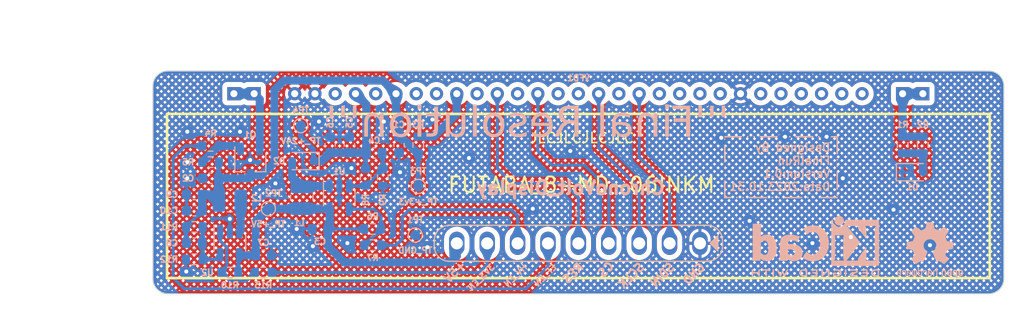
<source format=kicad_pcb>
(kicad_pcb (version 20221018) (generator pcbnew)
  (layers (0 "F.Cu" signal) (31 "B.Cu" signal) (34 "B.Paste" user) (35 "F.Paste" user) (36 "B.SilkS" user "B.Silkscreen") (37 "F.SilkS" user "F.Silkscreen") (38 "B.Mask" user) (39 "F.Mask" user) (44 "Edge.Cuts" user))
  (net 0 "")
  (net 1 "+3V3")
  (net 2 "GND")
  (net 3 "+5V")
  (net 4 "+24V")
  (net 5 "Net-(U1-FB)")
  (net 6 "Net-(D1-A)")
  (net 7 "Net-(D2-A)")
  (net 8 "HV_EN")
  (net 9 "EF_EN")
  (net 10 "VFD_RES")
  (net 11 "VFD_CS")
  (net 12 "VFD_SCLK")
  (net 13 "VFD_SDIN")
  (net 14 "Net-(Q1-G)")
  (net 15 "/VFD_8-MD-06INKM/F+")
  (net 16 "/VFD_8-MD-06INKM/F-")
  (net 17 "Net-(VFD1-OSC)")
  (net 18 "Net-(U1-EN)")
  (net 38 "Net-(U2-FB)")
  (net 39 "Net-(U2-LX)")
  (net 40 "Net-(U2-EN)")
  (net 41 "3V3_EN")
  (footprint "ChronoVolt_Lib:Con_Pin_1x09_3mm" (layer "F.Cu") (at 152 94.0975 180)
    (fp_text reference "J1" (at 0 8.07 unlocked) (layer "B.SilkS") (effects (font (size 0.6 0.6) (thickness 0.1)) (justify mirror)))
    (fp_text value "Conn_01x09_Pin")
    (pad "1" thru_hole oval locked (at -12 5.08 270) (size 2.3 1.524) (drill 1.2) (layers "*.Cu" "*.Mask") (net 2 "GND"))
    (pad "2" thru_hole oval locked (at -9 5.08 270) (size 2.3 1.524) (drill 1.2) (layers "*.Cu" "*.Mask") (net 13 "VFD_SDIN"))
    (pad "3" thru_hole oval locked (at -6 5.08 270) (size 2.3 1.524) (drill 1.2) (layers "*.Cu" "*.Mask") (net 12 "VFD_SCLK"))
    (pad "4" thru_hole oval locked (at -3 5.08 270) (size 2.3 1.524) (drill 1.2) (layers "*.Cu" "*.Mask") (net 11 "VFD_CS"))
    (pad "5" thru_hole oval locked (at 0 5.08 270) (size 2.3 1.524) (drill 1.2) (layers "*.Cu" "*.Mask") (net 10 "VFD_RES"))
    (pad "6" thru_hole oval locked (at 3 5.08 270) (size 2.3 1.524) (drill 1.2) (layers "*.Cu" "*.Mask") (net 9 "EF_EN"))
    (pad "7" thru_hole oval locked (at 6 5.08 270) (size 2.3 1.524) (drill 1.2) (layers "*.Cu" "*.Mask") (net 8 "HV_EN"))
    (pad "8" thru_hole oval locked (at 9 5.08 270) (size 2.3 1.524) (drill 1.2) (layers "*.Cu" "*.Mask") (net 41 "3V3_EN"))
    (pad "9" thru_hole oval locked (at 12 5.08 270) (size 2.3 1.524) (drill 1.2) (layers "*.Cu" "*.Mask") (net 3 "+5V"))
  )
  (footprint "ChronoVolt_Lib:FUTABA_8-MD-06INKM" (layer "F.Cu") (at 152 74.2495)
    (fp_text reference "VFD1" (at 1.2 -1.5495) (layer "B.SilkS") (effects (font (size 0.6 0.6)) (justify left mirror)))
    (fp_text value "Futaba_8-MD-06INKM")
    (fp_text user "FUTABA_8-MD-06INKM" (at -13 9) (layer "F.SilkS") (effects (font (size 1.524 1.524) (thickness 0.203)) (justify left)))
    (pad "1" thru_hole rect locked (at 34 0) (size 1.31 1.31) (drill 0.7) (layers "*.Cu" "*.Mask") (net 16 "/VFD_8-MD-06INKM/F-"))
    (pad "2" thru_hole rect locked (at 32 0) (size 1.31 1.31) (drill 0.7) (layers "*.Cu" "*.Mask") (net 16 "/VFD_8-MD-06INKM/F-"))
    (pad "4" thru_hole circle locked (at 28 0) (size 1.31 1.31) (drill 0.7) (layers "*.Cu" "*.Mask"))
    (pad "5" thru_hole circle locked (at 26 0) (size 1.31 1.31) (drill 0.7) (layers "*.Cu" "*.Mask"))
    (pad "6" thru_hole circle locked (at 24 0) (size 1.31 1.31) (drill 0.7) (layers "*.Cu" "*.Mask"))
    (pad "7" thru_hole circle locked (at 22 0) (size 1.31 1.31) (drill 0.7) (layers "*.Cu" "*.Mask"))
    (pad "8" thru_hole circle locked (at 20 0) (size 1.31 1.31) (drill 0.7) (layers "*.Cu" "*.Mask"))
    (pad "9" thru_hole circle locked (at 18 0) (size 1.31 1.31) (drill 0.7) (layers "*.Cu" "*.Mask"))
    (pad "10" thru_hole circle locked (at 16 0) (size 1.31 1.31) (drill 0.7) (layers "*.Cu" "*.Mask") (net 2 "GND"))
    (pad "11" thru_hole circle locked (at 14 0) (size 1.31 1.31) (drill 0.7) (layers "*.Cu" "*.Mask"))
    (pad "12" thru_hole circle locked (at 12 0) (size 1.31 1.31) (drill 0.7) (layers "*.Cu" "*.Mask"))
    (pad "13" thru_hole circle locked (at 10 0) (size 1.31 1.31) (drill 0.7) (layers "*.Cu" "*.Mask"))
    (pad "14" thru_hole circle locked (at 8 0) (size 1.31 1.31) (drill 0.7) (layers "*.Cu" "*.Mask"))
    (pad "15" thru_hole circle locked (at 6 0) (size 1.31 1.31) (drill 0.7) (layers "*.Cu" "*.Mask") (net 13 "VFD_SDIN"))
    (pad "16" thru_hole circle locked (at 4 0) (size 1.31 1.31) (drill 0.7) (layers "*.Cu" "*.Mask"))
    (pad "17" thru_hole circle locked (at 2 0) (size 1.31 1.31) (drill 0.7) (layers "*.Cu" "*.Mask") (net 12 "VFD_SCLK"))
    (pad "18" thru_hole circle locked (at 0 0) (size 1.31 1.31) (drill 0.7) (layers "*.Cu" "*.Mask"))
    (pad "19" thru_hole circle locked (at -2 0) (size 1.31 1.31) (drill 0.7) (layers "*.Cu" "*.Mask"))
    (pad "20" thru_hole circle locked (at -4 0) (size 1.31 1.31) (drill 0.7) (layers "*.Cu" "*.Mask") (net 11 "VFD_CS"))
    (pad "21" thru_hole circle locked (at -6 0) (size 1.31 1.31) (drill 0.7) (layers "*.Cu" "*.Mask"))
    (pad "22" thru_hole circle locked (at -8 0) (size 1.31 1.31) (drill 0.7) (layers "*.Cu" "*.Mask") (net 10 "VFD_RES"))
    (pad "23" thru_hole circle locked (at -10 0) (size 1.31 1.31) (drill 0.7) (layers "*.Cu" "*.Mask"))
    (pad "24" thru_hole circle locked (at -12 0) (size 1.31 1.31) (drill 0.7) (layers "*.Cu" "*.Mask") (net 17 "Net-(VFD1-OSC)"))
    (pad "25" thru_hole circle locked (at -14 0) (size 1.31 1.31) (drill 0.7) (layers "*.Cu" "*.Mask"))
    (pad "26" thru_hole circle locked (at -16 0) (size 1.31 1.31) (drill 0.7) (layers "*.Cu" "*.Mask"))
    (pad "27" thru_hole circle locked (at -18 0) (size 1.31 1.31) (drill 0.7) (layers "*.Cu" "*.Mask") (net 1 "+3V3"))
    (pad "28" thru_hole circle locked (at -20 0) (size 1.31 1.31) (drill 0.7) (layers "*.Cu" "*.Mask"))
    (pad "29" thru_hole circle locked (at -22 0) (size 1.31 1.31) (drill 0.7) (layers "*.Cu" "*.Mask") (net 4 "+24V"))
    (pad "30" thru_hole circle locked (at -24 0) (size 1.31 1.31) (drill 0.7) (layers "*.Cu" "*.Mask"))
    (pad "31" thru_hole circle locked (at -26 0) (size 1.31 1.31) (drill 0.7) (layers "*.Cu" "*.Mask") (net 2 "GND"))
    (pad "32" thru_hole circle locked (at -28 0) (size 1.31 1.31) (drill 0.7) (layers "*.Cu" "*.Mask") (net 2 "GND"))
    (pad "34" thru_hole rect locked (at -32 0) (size 1.31 1.31) (drill 0.7) (layers "*.Cu" "*.Mask") (net 15 "/VFD_8-MD-06INKM/F+"))
    (pad "35" thru_hole rect locked (at -34 0) (size 1.31 1.31) (drill 0.7) (layers "*.Cu" "*.Mask") (net 15 "/VFD_8-MD-06INKM/F+"))
  )
  (footprint "Symbol:OSHW-Logo2_7.3x6mm_SilkScreen" (layer "B.Cu") (at 186.7 89.7 180)
    (fp_text reference "REF**" hide)
    (fp_text value "OSHW-Logo2_7.3x6mm_SilkScreen" hide)
  )
  (footprint "Resistor_SMD:R_0603_1608Metric" (layer "B.Cu") (at 115.7 81 180)
    (fp_text reference "R5" (at 2.218215 0) (layer "B.SilkS") (effects (font (size 0.6 0.6)) (justify mirror)))
    (fp_text value "10K")
    (pad "1" smd roundrect (at -0.825 0 180) (size 0.8 0.95) (layers "B.Cu" "B.Paste" "B.Mask") (net 1 "+3V3"))
    (pad "2" smd roundrect (at 0.825 0 180) (size 0.8 0.95) (layers "B.Cu" "B.Paste" "B.Mask") (net 14 "Net-(Q1-G)"))
  )
  (footprint "Resistor_SMD:R_0603_1608Metric" (layer "B.Cu") (at 114.1 87.4)
    (fp_text reference "R11" (at -2.503929 0) (layer "B.SilkS") (effects (font (size 0.6 0.6)) (justify mirror)))
    (fp_text value "100K")
    (pad "1" smd roundrect (at -0.825 0) (size 0.8 0.95) (layers "B.Cu" "B.Paste" "B.Mask") (net 1 "+3V3"))
    (pad "2" smd roundrect (at 0.825 0) (size 0.8 0.95) (layers "B.Cu" "B.Paste" "B.Mask") (net 38 "Net-(U2-FB)"))
  )
  (footprint "Capacitor_SMD:C_0603_1608Metric" (layer "B.Cu") (at 115.7 82.6 180)
    (fp_text reference "C2" (at 2.218215 0) (layer "B.SilkS") (effects (font (size 0.6 0.6)) (justify mirror)))
    (fp_text value "47uF")
    (pad "1" smd roundrect (at -0.775 0 180) (size 0.9 0.95) (layers "B.Cu" "B.Paste" "B.Mask") (net 1 "+3V3"))
    (pad "2" smd roundrect (at 0.775 0 180) (size 0.9 0.95) (layers "B.Cu" "B.Paste" "B.Mask") (net 2 "GND"))
  )
  (footprint "Resistor_SMD:R_0603_1608Metric" (layer "B.Cu") (at 136.2 79.3 -90)
    (fp_text reference "R3" (at -1.9925 0 -180) (layer "B.SilkS") (effects (font (size 0.6 0.6)) (justify mirror)))
    (fp_text value "39K")
    (pad "1" smd roundrect (at -0.825 0 270) (size 0.8 0.95) (layers "B.Cu" "B.Paste" "B.Mask") (net 17 "Net-(VFD1-OSC)"))
    (pad "2" smd roundrect (at 0.825 0 270) (size 0.8 0.95) (layers "B.Cu" "B.Paste" "B.Mask") (net 1 "+3V3"))
  )
  (footprint "TestPoint:TestPoint_Pad_D1.0mm" (layer "B.Cu") (at 121.4 85.6 180)
    (fp_text reference "TP2" (at -0.5 1.5125) (layer "B.SilkS") (effects (font (size 0.6 0.6)) (justify mirror)))
    (fp_text value "TP_+5V" (at 0 -1.5125) (layer "B.SilkS") (effects (font (size 0.6 0.6)) (justify mirror)))
    (pad "1" smd circle (at 0 0 180) (size 1 1) (layers "B.Cu" "B.Mask") (net 3 "+5V"))
  )
  (footprint "Resistor_SMD:R_0603_1608Metric" (layer "B.Cu") (at 120.9 91.9)
    (fp_text reference "R13" (at 0 1.2425) (layer "B.SilkS") (effects (font (size 0.6 0.6)) (justify mirror)))
    (fp_text value "10K")
    (pad "1" smd roundrect (at -0.825 0) (size 0.8 0.95) (layers "B.Cu" "B.Paste" "B.Mask") (net 40 "Net-(U2-EN)"))
    (pad "2" smd roundrect (at 0.825 0) (size 0.8 0.95) (layers "B.Cu" "B.Paste" "B.Mask") (net 41 "3V3_EN"))
  )
  (footprint "Resistor_SMD:R_0603_1608Metric" (layer "B.Cu") (at 131.7 87.6)
    (fp_text reference "R6" (at 0 -1.2425) (layer "B.SilkS") (effects (font (size 0.6 0.6)) (justify mirror)))
    (fp_text value "10K")
    (pad "1" smd roundrect (at -0.825 0) (size 0.8 0.95) (layers "B.Cu" "B.Paste" "B.Mask") (net 3 "+5V"))
    (pad "2" smd roundrect (at 0.825 0) (size 0.8 0.95) (layers "B.Cu" "B.Paste" "B.Mask") (net 18 "Net-(U1-EN)"))
  )
  (footprint "Capacitor_SMD:C_0603_1608Metric" (layer "B.Cu") (at 114.1 84.2 180)
    (fp_text reference "C9" (at 2.218215 0) (layer "B.SilkS") (effects (font (size 0.6 0.6)) (justify mirror)))
    (fp_text value "22μF")
    (pad "1" smd roundrect (at -0.775 0 180) (size 0.9 0.95) (layers "B.Cu" "B.Paste" "B.Mask") (net 1 "+3V3"))
    (pad "2" smd roundrect (at 0.775 0 180) (size 0.9 0.95) (layers "B.Cu" "B.Paste" "B.Mask") (net 2 "GND"))
  )
  (footprint "Resistor_SMD:R_0603_1608Metric" (layer "B.Cu") (at 131 82.5 -90)
    (fp_text reference "R8" (at 2.218214 0 90) (layer "B.SilkS") (effects (font (size 0.6 0.6)) (justify mirror)))
    (fp_text value "300K")
    (pad "1" smd roundrect (at -0.825 0 270) (size 0.8 0.95) (layers "B.Cu" "B.Paste" "B.Mask") (net 4 "+24V"))
    (pad "2" smd roundrect (at 0.825 0 270) (size 0.8 0.95) (layers "B.Cu" "B.Paste" "B.Mask") (net 5 "Net-(U1-FB)"))
  )
  (footprint "Symbol:KiCad-Logo2_5mm_SilkScreen" (layer "B.Cu") (at 175.4 89.3 180)
    (fp_text reference "REF**" hide)
    (fp_text value "KiCad-Logo2_5mm_SilkScreen" hide)
  )
  (footprint "Capacitor_SMD:C_0603_1608Metric" (layer "B.Cu") (at 114.1 85.8 180)
    (fp_text reference "C10" (at 2.503929 0) (layer "B.SilkS") (effects (font (size 0.6 0.6)) (justify mirror)))
    (fp_text value "22μF")
    (pad "1" smd roundrect (at -0.775 0 180) (size 0.9 0.95) (layers "B.Cu" "B.Paste" "B.Mask") (net 1 "+3V3"))
    (pad "2" smd roundrect (at 0.775 0 180) (size 0.9 0.95) (layers "B.Cu" "B.Paste" "B.Mask") (net 2 "GND"))
  )
  (footprint "Capacitor_SMD:C_0603_1608Metric" (layer "B.Cu") (at 127.5 79.3 90)
    (fp_text reference "C6" (at 2.218215 0 90) (layer "B.SilkS") (effects (font (size 0.6 0.6)) (justify mirror)))
    (fp_text value "4.7μF/50V")
    (pad "1" smd roundrect (at -0.775 0 90) (size 0.9 0.95) (layers "B.Cu" "B.Paste" "B.Mask") (net 4 "+24V"))
    (pad "2" smd roundrect (at 0.775 0 90) (size 0.9 0.95) (layers "B.Cu" "B.Paste" "B.Mask") (net 2 "GND"))
  )
  (footprint "TestPoint:TestPoint_Pad_D1.0mm" (layer "B.Cu") (at 135.9 88.2 180)
    (fp_text reference "TP1" (at 0 1.5125) (layer "B.SilkS") (effects (font (size 0.6 0.6)) (justify mirror)))
    (fp_text value "TP_GND" (at 0 -1.5125) (layer "B.SilkS") (effects (font (size 0.6 0.6)) (justify mirror)))
    (pad "1" smd circle (at 0 0 180) (size 1 1) (layers "B.Cu" "B.Mask") (net 2 "GND"))
  )
  (footprint "Capacitor_SMD:C_0603_1608Metric" (layer "B.Cu") (at 134.3 79.3 -90)
    (fp_text reference "C1" (at -1.9925 0 -180) (layer "B.SilkS") (effects (font (size 0.6 0.6)) (justify mirror)))
    (fp_text value "0.1uF")
    (pad "1" smd roundrect (at -0.775 0 270) (size 0.9 0.95) (layers "B.Cu" "B.Paste" "B.Mask") (net 1 "+3V3"))
    (pad "2" smd roundrect (at 0.775 0 270) (size 0.9 0.95) (layers "B.Cu" "B.Paste" "B.Mask") (net 2 "GND"))
  )
  (footprint "Resistor_SMD:R_0603_1608Metric" (layer "B.Cu") (at 184 79.3 -90)
    (fp_text reference "R1" (at -1.9925 0 -180) (layer "B.SilkS") (effects (font (size 0.6 0.6)) (justify mirror)))
    (fp_text value "3R")
    (pad "1" smd roundrect (at -0.825 0 270) (size 0.8 0.95) (layers "B.Cu" "B.Paste" "B.Mask") (net 16 "/VFD_8-MD-06INKM/F-"))
    (pad "2" smd roundrect (at 0.825 0 270) (size 0.8 0.95) (layers "B.Cu" "B.Paste" "B.Mask") (net 6 "Net-(D1-A)"))
  )
  (footprint "Capacitor_SMD:C_0603_1608Metric" (layer "B.Cu") (at 129.4 79.3 90)
    (fp_text reference "C5" (at 2.218215 0 90) (layer "B.SilkS") (effects (font (size 0.6 0.6)) (justify mirror)))
    (fp_text value "0.1μF/50V")
    (pad "1" smd roundrect (at -0.775 0 90) (size 0.9 0.95) (layers "B.Cu" "B.Paste" "B.Mask") (net 4 "+24V"))
    (pad "2" smd roundrect (at 0.775 0 90) (size 0.9 0.95) (layers "B.Cu" "B.Paste" "B.Mask") (net 2 "GND"))
  )
  (footprint "Package_TO_SOT_SMD:SOT-23-5" (layer "B.Cu") (at 117.6 89 -90)
    (fp_text reference "U2" (at 2.9 2.2 -180) (layer "B.SilkS") (effects (font (size 0.6 0.6)) (justify mirror)))
    (fp_text value "SY8089AAAC")
    (pad "1" smd roundrect (at -1.1375 0.95 270) (size 1.325 0.6) (layers "B.Cu" "B.Paste" "B.Mask") (net 40 "Net-(U2-EN)"))
    (pad "2" smd roundrect (at -1.1375 0 270) (size 1.325 0.6) (layers "B.Cu" "B.Paste" "B.Mask") (net 2 "GND"))
    (pad "3" smd roundrect (at -1.1375 -0.95 270) (size 1.325 0.6) (layers "B.Cu" "B.Paste" "B.Mask") (net 39 "Net-(U2-LX)"))
    (pad "4" smd roundrect (at 1.1375 -0.95 270) (size 1.325 0.6) (layers "B.Cu" "B.Paste" "B.Mask") (net 3 "+5V"))
    (pad "5" smd roundrect (at 1.1375 0.95 270) (size 1.325 0.6) (layers "B.Cu" "B.Paste" "B.Mask") (net 38 "Net-(U2-FB)"))
  )
  (footprint "TestPoint:TestPoint_Pad_D1.0mm" (layer "B.Cu") (at 124.6 77.4 180)
    (fp_text reference "TP4" (at 0 1.5125) (layer "B.SilkS") (effects (font (size 0.6 0.6)) (justify mirror)))
    (fp_text value "TP_+24V" (at 0 -1.5125) (layer "B.SilkS") (effects (font (size 0.6 0.6)) (justify mirror)))
    (pad "1" smd circle (at 0 0 180) (size 1 1) (layers "B.Cu" "B.Mask") (net 4 "+24V"))
  )
  (footprint "Resistor_SMD:R_0603_1608Metric" (layer "B.Cu") (at 117.6 91.9 180)
    (fp_text reference "R10" (at 0 -1.2425) (layer "B.SilkS") (effects (font (size 0.6 0.6)) (justify mirror)))
    (fp_text value "10K")
    (pad "1" smd roundrect (at -0.825 0 180) (size 0.8 0.95) (layers "B.Cu" "B.Paste" "B.Mask") (net 3 "+5V"))
    (pad "2" smd roundrect (at 0.825 0 180) (size 0.8 0.95) (layers "B.Cu" "B.Paste" "B.Mask") (net 40 "Net-(U2-EN)"))
  )
  (footprint "Diode_SMD:D_SOD-323" (layer "B.Cu") (at 185 82)
    (fp_text reference "D1" (at -0.0225 1.4625) (layer "B.SilkS") (effects (font (size 0.6 0.6)) (justify mirror)))
    (fp_text value "1N5819WS")
    (pad "1" smd roundrect (at -1.05 0) (size 0.6 0.45) (layers "B.Cu" "B.Paste" "B.Mask") (net 2 "GND"))
    (pad "2" smd roundrect (at 1.05 0) (size 0.6 0.45) (layers "B.Cu" "B.Paste" "B.Mask") (net 6 "Net-(D1-A)"))
  )
  (footprint "Diode_SMD:D_SOD-323" (layer "B.Cu") (at 124.8 80.9 180)
    (fp_text reference "D2" (at 2.338215 0) (layer "B.SilkS") (effects (font (size 0.6 0.6)) (justify mirror)))
    (fp_text value "1N5819WS" hide)
    (pad "1" smd roundrect (at -1.05 0 180) (size 0.6 0.45) (layers "B.Cu" "B.Paste" "B.Mask") (net 4 "+24V"))
    (pad "2" smd roundrect (at 1.05 0 180) (size 0.6 0.45) (layers "B.Cu" "B.Paste" "B.Mask") (net 7 "Net-(D2-A)"))
  )
  (footprint "Resistor_SMD:R_0603_1608Metric" (layer "B.Cu") (at 132.7 82.5 -90)
    (fp_text reference "R9" (at 2.218214 0 90) (layer "B.SilkS") (effects (font (size 0.6 0.6)) (justify mirror)))
    (fp_text value "16K")
    (pad "1" smd roundrect (at -0.825 0 270) (size 0.8 0.95) (layers "B.Cu" "B.Paste" "B.Mask") (net 5 "Net-(U1-FB)"))
    (pad "2" smd roundrect (at 0.825 0 270) (size 0.8 0.95) (layers "B.Cu" "B.Paste" "B.Mask") (net 2 "GND"))
  )
  (footprint "TestPoint:TestPoint_Pad_D1.0mm" (layer "B.Cu") (at 136.2 83.4 180)
    (fp_text reference "TP3" (at 0 1.5125) (layer "B.SilkS") (effects (font (size 0.6 0.6)) (justify mirror)))
    (fp_text value "TP_+3v3" (at 0 -1.5125) (layer "B.SilkS") (effects (font (size 0.6 0.6)) (justify mirror)))
    (pad "1" smd circle (at 0 0 180) (size 1 1) (layers "B.Cu" "B.Mask") (net 1 "+3V3"))
  )
  (footprint "Resistor_SMD:R_0603_1608Metric" (layer "B.Cu") (at 131.7 89.2)
    (fp_text reference "R7" (at 0 1.2425) (layer "B.SilkS") (effects (font (size 0.6 0.6)) (justify mirror)))
    (fp_text value "10K")
    (pad "1" smd roundrect (at -0.825 0) (size 0.8 0.95) (layers "B.Cu" "B.Paste" "B.Mask") (net 18 "Net-(U1-EN)"))
    (pad "2" smd roundrect (at 0.825 0) (size 0.8 0.95) (layers "B.Cu" "B.Paste" "B.Mask") (net 8 "HV_EN"))
  )
  (footprint "Resistor_SMD:R_0603_1608Metric" (layer "B.Cu") (at 114.1 90.6 180)
    (fp_text reference "R12" (at 2.5 0) (layer "B.SilkS") (effects (font (size 0.6 0.6)) (justify mirror)))
    (fp_text value "22K")
    (pad "1" smd roundrect (at -0.825 0 180) (size 0.8 0.95) (layers "B.Cu" "B.Paste" "B.Mask") (net 38 "Net-(U2-FB)"))
    (pad "2" smd roundrect (at 0.825 0 180) (size 0.8 0.95) (layers "B.Cu" "B.Paste" "B.Mask") (net 2 "GND"))
  )
  (footprint "Capacitor_SMD:C_0603_1608Metric" (layer "B.Cu") (at 126.5 87.6 180)
    (fp_text reference "C3" (at 0 -1.2425) (layer "B.SilkS") (effects (font (size 0.6 0.6)) (justify mirror)))
    (fp_text value "22μF")
    (pad "1" smd roundrect (at -0.775 0 180) (size 0.9 0.95) (layers "B.Cu" "B.Paste" "B.Mask") (net 3 "+5V"))
    (pad "2" smd roundrect (at 0.775 0 180) (size 0.9 0.95) (layers "B.Cu" "B.Paste" "B.Mask") (net 2 "GND"))
  )
  (footprint "Package_TO_SOT_SMD:TSOT-23-5" (layer "B.Cu") (at 128.4 84.5 -90)
    (fp_text reference "U1" (at -2.5625 0 -180) (layer "B.SilkS") (effects (font (size 0.6 0.6)) (justify mirror)))
    (fp_text value "SGM6601YTN5G/TR")
    (pad "1" smd roundrect (at -1.1375 0.95 270) (size 1.325 0.6) (layers "B.Cu" "B.Paste" "B.Mask") (net 7 "Net-(D2-A)"))
    (pad "2" smd roundrect (at -1.1375 0 270) (size 1.325 0.6) (layers "B.Cu" "B.Paste" "B.Mask") (net 2 "GND"))
    (pad "3" smd roundrect (at -1.1375 -0.95 270) (size 1.325 0.6) (layers "B.Cu" "B.Paste" "B.Mask") (net 5 "Net-(U1-FB)"))
    (pad "4" smd roundrect (at 1.1375 -0.95 270) (size 1.325 0.6) (layers "B.Cu" "B.Paste" "B.Mask") (net 18 "Net-(U1-EN)"))
    (pad "5" smd roundrect (at 1.1375 0.95 270) (size 1.325 0.6) (layers "B.Cu" "B.Paste" "B.Mask") (net 3 "+5V"))
  )
  (footprint "Inductor_SMD:L_1008_2520Metric" (layer "B.Cu") (at 117.6 84.8 180)
    (fp_text reference "L2" (at -2.631071 0.25) (layer "B.SilkS") (effects (font (size 0.6 0.6)) (justify mirror)))
    (fp_text value "2.2μH")
    (pad "1" smd roundrect (at -1.075 0 180) (size 1.25 2.2) (layers "B.Cu" "B.Paste" "B.Mask") (roundrect_rratio 0.2) (net 39 "Net-(U2-LX)"))
    (pad "2" smd roundrect (at 1.075 0 180) (size 1.25 2.2) (layers "B.Cu" "B.Paste" "B.Mask") (roundrect_rratio 0.2) (net 1 "+3V3"))
  )
  (footprint "Capacitor_SMD:C_0603_1608Metric" (layer "B.Cu") (at 131.85 80.1)
    (fp_text reference "C4" (at 0 -1.2425) (layer "B.SilkS") (effects (font (size 0.6 0.6)) (justify mirror)))
    (fp_text value "22pF/50V")
    (pad "1" smd roundrect (at -0.775 0) (size 0.9 0.95) (layers "B.Cu" "B.Paste" "B.Mask") (net 4 "+24V"))
    (pad "2" smd roundrect (at 0.775 0) (size 0.9 0.95) (layers "B.Cu" "B.Paste" "B.Mask") (net 5 "Net-(U1-FB)"))
  )
  (footprint "Resistor_SMD:R_0603_1608Metric" (layer "B.Cu") (at 115.7 79.4 180)
    (fp_text reference "R4" (at 0 1.2425) (layer "B.SilkS") (effects (font (size 0.6 0.6)) (justify mirror)))
    (fp_text value "180R")
    (pad "1" smd roundrect (at -0.825 0 180) (size 0.8 0.95) (layers "B.Cu" "B.Paste" "B.Mask") (net 14 "Net-(Q1-G)"))
    (pad "2" smd roundrect (at 0.825 0 180) (size 0.8 0.95) (layers "B.Cu" "B.Paste" "B.Mask") (net 9 "EF_EN"))
  )
  (footprint "Capacitor_SMD:C_0603_1608Metric" (layer "B.Cu") (at 114.1 89)
    (fp_text reference "C8" (at -2.218215 0) (layer "B.SilkS") (effects (font (size 0.6 0.6)) (justify mirror)))
    (fp_text value "22pF")
    (pad "1" smd roundrect (at -0.775 0) (size 0.9 0.95) (layers "B.Cu" "B.Paste" "B.Mask") (net 1 "+3V3"))
    (pad "2" smd roundrect (at 0.775 0) (size 0.9 0.95) (layers "B.Cu" "B.Paste" "B.Mask") (net 38 "Net-(U2-FB)"))
  )
  (footprint "Capacitor_SMD:C_0603_1608Metric" (layer "B.Cu") (at 120.925 90.2)
    (fp_text reference "C7" (at 0 -1.2425) (layer "B.SilkS") (effects (font (size 0.6 0.6)) (justify mirror)))
    (fp_text value "22μF")
    (pad "1" smd roundrect (at -0.775 0) (size 0.9 0.95) (layers "B.Cu" "B.Paste" "B.Mask") (net 3 "+5V"))
    (pad "2" smd roundrect (at 0.775 0) (size 0.9 0.95) (layers "B.Cu" "B.Paste" "B.Mask") (net 2 "GND"))
  )
  (footprint "Package_TO_SOT_SMD:TSOT-23" (layer "B.Cu") (at 119.6 81 -90)
    (fp_text reference "Q1" (at -2.6825 0) (layer "B.SilkS") (effects (font (size 0.6 0.6)) (justify mirror)))
    (fp_text value "CJ2301")
    (pad "1" smd rect (at -1.31 0.95 270) (size 1.22 0.65) (layers "B.Cu" "B.Paste" "B.Mask") (net 14 "Net-(Q1-G)"))
    (pad "2" smd rect (at -1.31 -0.95 270) (size 1.22 0.65) (layers "B.Cu" "B.Paste" "B.Mask") (net 15 "/VFD_8-MD-06INKM/F+"))
    (pad "3" smd rect (at 1.31 0 270) (size 1.22 0.65) (layers "B.Cu" "B.Paste" "B.Mask") (net 1 "+3V3"))
  )
  (footprint "Inductor_SMD:L_1008_2520Metric" (layer "B.Cu") (at 124.7 84.525 90)
    (fp_text reference "L1" (at -2.4625 -0.25 180) (layer "B.SilkS") (effects (font (size 0.6 0.6)) (justify mirror)))
    (fp_text value "10uH")
    (pad "1" smd roundrect (at -1.075 0 90) (size 1.25 2.2) (layers "B.Cu" "B.Paste" "B.Mask") (roundrect_rratio 0.2) (net 3 "+5V"))
    (pad "2" smd roundrect (at 1.075 0 90) (size 1.25 2.2) (layers "B.Cu" "B.Paste" "B.Mask") (roundrect_rratio 0.2) (net 7 "Net-(D2-A)"))
  )
  (footprint "Resistor_SMD:R_0603_1608Metric" (layer "B.Cu") (at 186 79.3 -90)
    (fp_text reference "R2" (at -1.9925 0 -180) (layer "B.SilkS") (effects (font (size 0.6 0.6)) (justify mirror)))
    (fp_text value "3R")
    (pad "1" smd roundrect (at -0.825 0 270) (size 0.8 0.95) (layers "B.Cu" "B.Paste" "B.Mask") (net 16 "/VFD_8-MD-06INKM/F-"))
    (pad "2" smd roundrect (at 0.825 0 270) (size 0.8 0.95) (layers "B.Cu" "B.Paste" "B.Mask") (net 6 "Net-(D1-A)"))
  )
  (gr_line locked (start 110 73.5) (end 110 92.5) (stroke (width 0.1)) (layer "Edge.Cuts"))
  (gr_arc locked (start 194 92.5) (mid 193.56066 93.56066) (end 192.5 94) (stroke (width 0.1)) (layer "Edge.Cuts"))
  (gr_line locked (start 194 92.5) (end 194 73.5) (stroke (width 0.1)) (layer "Edge.Cuts"))
  (gr_line locked (start 192.5 72) (end 111.5 72) (stroke (width 0.1)) (layer "Edge.Cuts"))
  (gr_arc locked (start 110 73.5) (mid 110.43934 72.43934) (end 111.5 72) (stroke (width 0.1)) (layer "Edge.Cuts"))
  (gr_arc locked (start 111.5 94) (mid 110.43934 93.56066) (end 110 92.5) (stroke (width 0.1)) (layer "Edge.Cuts"))
  (gr_line locked (start 111.5 94) (end 192.5 94) (stroke (width 0.1)) (layer "Edge.Cuts"))
  (gr_arc locked (start 192.5 72) (mid 193.56066 72.43934) (end 194 73.5) (stroke (width 0.1)) (layer "Edge.Cuts"))
  (gr_text "EF_EN" (at 150 91.4 45) (layer "B.SilkS") (effects (font (size 0.6 0.6) (thickness 0.15) bold) (justify left bottom mirror)))
  (gr_text "SCLK" (at 158.7 91.4 45) (layer "B.SilkS") (effects (font (size 0.8 0.8) (thickness 0.2) bold) (justify left bottom mirror)))
  (gr_text "RES" (at 152.7 91.4 45) (layer "B.SilkS") (effects (font (size 0.8 0.8) (thickness 0.2) bold) (justify left bottom mirror)))
  (gr_text "CS" (at 155.7 91.3 45) (layer "B.SilkS") (effects (font (size 0.8 0.8) (thickness 0.2) bold) (justify left bottom mirror)))
  (gr_text "+5V" (at 141.1 91.2 45) (layer "B.SilkS") (effects (font (size 0.8 0.8) (thickness 0.2) bold) (justify left bottom mirror)))
  (gr_text "HV_EN" (at 147.1 91.4 45) (layer "B.SilkS") (effects (font (size 0.6 0.6) (thickness 0.15) bold) (justify left bottom mirror)))
  (gr_text "GND" (at 164.7 91.4 45) (layer "B.SilkS") (effects (font (size 0.8 0.8) (thickness 0.2) bold) (justify left bottom mirror)))
  (gr_text "SDIN" (at 161.7 91.4 45) (layer "B.SilkS") (effects (font (size 0.8 0.8) (thickness 0.2) bold) (justify left bottom mirror)))
  (gr_text "3V3_EN" (at 143.9 91.4 45) (layer "B.SilkS") (effects (font (size 0.6 0.6) (thickness 0.15) bold) (justify left bottom mirror)))
  (gr_text "ChronoVolt_Display" (at 160.7 84.3) (layer "B.SilkS") (effects (font (size 1.3 1.3) (thickness 0.3) bold) (justify left bottom mirror)))
  (gr_text "'''Final Resolution'''" (at 166.9 79) (layer "B.SilkS") (effects (font (size 3 3)) (justify left bottom mirror)))
  (gr_text "JLCJLCJLCJLC" (at 147.1 79.2) (layer "F.SilkS") (effects (font (size 1 1)) (justify left bottom)))
  (gr_text_box "Designed By\nFinalRun\nVersion:0.1\nData:2023.10.31" (start 166.45 78.5) (end 177.55 84.5) (layer "B.SilkS") (effects (font (size 0.8 0.8)) (justify left top mirror)) (stroke (width 0.15) (type dash_dot_dot)))
  (segment (start 134.5125 78.525) (end 136.1125 80.125) (width 0.8) (layer "B.Cu") (net 1))
  (segment (start 134 76.1) (end 134.3 76.4) (width 0.8) (layer "B.Cu") (net 1))
  (segment (start 113.275 87.4) (end 114.875 85.8) (width 0.3) (layer "B.Cu") (net 1))
  (segment (start 116.475 82.6) (end 119.31 82.6) (width 0.8) (layer "B.Cu") (net 1))
  (segment (start 122.95 72.95) (end 132.7005 72.95) (width 0.8) (layer "B.Cu") (net 1))
  (segment (start 116.525 82.65) (end 116.475 82.6) (width 0.8) (layer "B.Cu") (net 1))
  (segment (start 116.475 82.6) (end 116.475 81.05) (width 0.3) (layer "B.Cu") (net 1))
  (segment (start 116.475 81.05) (end 116.525 81) (width 0.3) (layer "B.Cu") (net 1))
  (segment (start 122 73.9) (end 122.95 72.95) (width 0.8) (layer "B.Cu") (net 1))
  (segment (start 132.7005 72.95) (end 134 74.2495) (width 0.8) (layer "B.Cu") (net 1))
  (segment (start 136.1125 80.125) (end 136.2 80.125) (width 0.8) (layer "B.Cu") (net 1))
  (segment (start 113.275 88.95) (end 113.325 89) (width 0.3) (layer "B.Cu") (net 1))
  (segment (start 113.275 87.4) (end 113.275 88.95) (width 0.3) (layer "B.Cu") (net 1))
  (segment (start 134.3 76.4) (end 134.3 78.525) (width 0.8) (layer "B.Cu") (net 1))
  (segment (start 116.525 84.8) (end 115.925 84.2) (width 0.8) (layer "B.Cu") (net 1))
  (segment (start 119.6 82.31) (end 120.725 82.31) (width 0.8) (layer "B.Cu") (net 1))
  (segment (start 115.925 84.2) (end 114.875 84.2) (width 0.8) (layer "B.Cu") (net 1))
  (segment (start 116.525 84.8) (end 116.525 82.65) (width 0.8) (layer "B.Cu") (net 1))
  (segment (start 119.31 82.6) (end 119.6 82.31) (width 0.8) (layer "B.Cu") (net 1))
  (segment (start 134.3 78.525) (end 134.5125 78.525) (width 0.8) (layer "B.Cu") (net 1))
  (segment (start 114.875 84.2) (end 114.875 85.8) (width 0.8) (layer "B.Cu") (net 1))
  (segment (start 134 74.2495) (end 134 76.1) (width 0.8) (layer "B.Cu") (net 1))
  (segment (start 136.2 80.125) (end 136.2 83.4) (width 0.5) (layer "B.Cu") (net 1))
  (segment (start 122 81.035) (end 122 73.9) (width 0.8) (layer "B.Cu") (net 1))
  (segment (start 120.725 82.31) (end 122 81.035) (width 0.8) (layer "B.Cu") (net 1))
  (via (at 129.6 81.6) (size 0.8) (drill 0.4) (layers "F.Cu" "B.Cu") (net 2))
  (via (at 141.2 80.6) (size 0.8) (drill 0.4) (layers "F.Cu" "B.Cu") (net 2))
  (via (at 113.4 82.6) (size 0.8) (drill 0.4) (layers "F.Cu" "B.Cu") (net 2))
  (via (at 132.8 77) (size 0.8) (drill 0.4) (layers "F.Cu" "B.Cu") (net 2))
  (via (at 178.1 82.6) (size 0.8) (drill 0.4) (layers "F.Cu" "B.Cu") (net 2))
  (via (at 124.2 87.6) (size 0.8) (drill 0.4) (layers "F.Cu" "B.Cu") (net 2))
  (via (at 126.4 77) (size 0.8) (drill 0.4) (layers "F.Cu" "B.Cu") (net 2))
  (via (at 113.4 78) (size 0.8) (drill 0.4) (layers "F.Cu" "B.Cu") (net 2))
  (via (at 151.2 79.9) (size 0.8) (drill 0.4) (layers "F.Cu" "B.Cu") (net 2))
  (via (at 134.4 82) (size 0.8) (drill 0.4) (layers "F.Cu" "B.Cu") (net 2))
  (via (at 117.6 86.6) (size 0.8) (drill 0.4) (layers "F.Cu" "B.Cu") (net 2))
  (via (at 122.1 83.1) (size 0.8) (drill 0.4) (layers "F.Cu" "B.Cu") (net 2))
  (via (at 147.5 85.6) (size 0.8) (drill 0.4) (layers "F.Cu" "B.Cu") (net 2))
  (via (at 176.5 78.5) (size 0.8) (drill 0.4) (layers "F.Cu" "B.Cu") (net 2))
  (via (at 178.9 88.4) (size 0.8) (drill 0.4) (layers "F.Cu" "B.Cu") (net 2))
  (via (at 137.6 76.8) (size 0.8) (drill 0.4) (layers "F.Cu" "B.Cu") (net 2))
  (via (at 168.9 86.8) (size 0.8) (drill 0.4) (layers "F.Cu" "B.Cu") (net 2))
  (via (at 129.2 89) (size 0.8) (drill 0.4) (layers "F.Cu" "B.Cu") (net 2))
  (via (at 113.4 81) (size 0.8) (drill 0.4) (layers "F.Cu" "B.Cu") (net 2))
  (via (at 113.3 91.8) (size 0.8) (drill 0.4) (layers "F.Cu" "B.Cu") (net 2))
  (via (at 125.8 89.3) (size 0.8) (drill 0.4) (layers "F.Cu" "B.Cu") (net 2))
  (via (at 183.1 85.7) (size 0.8) (drill 0.4) (layers "F.Cu" "B.Cu") (net 2))
  (via (at 172.4 78.5) (size 0.8) (drill 0.4) (layers "F.Cu" "B.Cu") (net 2))
  (via (at 137.1 89.4) (size 0.8) (drill 0.4) (layers "F.Cu" "B.Cu") (net 2))
  (via (at 175.1 89) (size 0.8) (drill 0.4) (layers "F.Cu" "B.Cu") (net 2))
  (via (at 118.6 78) (size 0.8) (drill 0.4) (layers "F.Cu" "B.Cu") (net 2))
  (via (at 186.7 89.2) (size 0.8) (drill 0.4) (layers "F.Cu" "B.Cu") (net 2))
  (via (at 166.1 78.6) (size 0.8) (drill 0.4) (layers "F.Cu" "B.Cu") (net 2))
  (via (at 119.6 80.8) (size 0.8) (drill 0.4) (layers "F.Cu" "B.Cu") (net 2))
  (segment (start 121.4 85.6) (end 120.15 86.85) (width 0.8) (layer "B.Cu") (net 3))
  (segment (start 127.45 87.425) (end 127.275 87.6) (width 0.8) (layer "B.Cu") (net 3))
  (segment (start 127.275 89.275) (end 127.275 87.6) (width 0.8) (layer "B.Cu") (net 3))
  (segment (start 130.875 87.6) (end 127.275 87.6) (width 0.3) (layer "B.Cu") (net 3))
  (segment (start 140 89.0175) (end 140 90.3) (width 0.8) (layer "B.Cu") (net 3))
  (segment (start 128.9 90.9) (end 127.275 89.275) (width 0.8) (layer "B.Cu") (net 3))
  (segment (start 120.15 86.85) (end 120.15 90.2) (width 0.8) (layer "B.Cu") (net 3))
  (segment (start 118.425 90.2625) (end 118.55 90.1375) (width 0.3) (layer "B.Cu") (net 3))
  (segment (start 121.4 85.6) (end 124.7 85.6) (width 0.8) (layer "B.Cu") (net 3))
  (segment (start 118.505393 90.1375) (end 118.55 90.1375) (width 0.3) (layer "B.Cu") (net 3))
  (segment (start 140 90.3) (end 139.4 90.9) (width 0.8) (layer "B.Cu") (net 3))
  (segment (start 118.6125 90.2) (end 118.55 90.1375) (width 0.8) (layer "B.Cu") (net 3))
  (segment (start 127.4125 85.6) (end 127.45 85.6375) (width 0.8) (layer "B.Cu") (net 3))
  (segment (start 118.425 91.9) (end 118.425 90.2625) (width 0.3) (layer "B.Cu") (net 3))
  (segment (start 124.7 85.6) (end 127.4125 85.6) (width 0.8) (layer "B.Cu") (net 3))
  (segment (start 139.4 90.9) (end 128.9 90.9) (width 0.8) (layer "B.Cu") (net 3))
  (segment (start 127.45 85.6375) (end 127.45 87.425) (width 0.8) (layer "B.Cu") (net 3))
  (segment (start 120.15 90.2) (end 118.6125 90.2) (width 0.8) (layer "B.Cu") (net 3))
  (segment (start 131.075 75.3245) (end 131.075 80.1) (width 0.8) (layer "B.Cu") (net 4))
  (segment (start 129.4 80.075) (end 131.05 80.075) (width 0.8) (layer "B.Cu") (net 4))
  (segment (start 131.05 80.075) (end 131.075 80.1) (width 0.8) (layer "B.Cu") (net 4))
  (segment (start 130 74.2495) (end 131.075 75.3245) (width 0.8) (layer "B.Cu") (net 4))
  (segment (start 125.85 79.75) (end 125.85 80.9) (width 0.5) (layer "B.Cu") (net 4))
  (segment (start 131 81.675) (end 131 80.175) (width 0.3) (layer "B.Cu") (net 4))
  (segment (start 126.675 80.9) (end 127.5 80.075) (width 0.8) (layer "B.Cu") (net 4))
  (segment (start 124.6 78.5) (end 125.85 79.75) (width 0.5) (layer "B.Cu") (net 4))
  (segment (start 124.6 77.4) (end 124.6 78.5) (width 0.5) (layer "B.Cu") (net 4))
  (segment (start 127.5 80.075) (end 129.4 80.075) (width 0.8) (layer "B.Cu") (net 4))
  (segment (start 131 80.175) (end 131.075 80.1) (width 0.3) (layer "B.Cu") (net 4))
  (segment (start 125.85 80.9) (end 126.675 80.9) (width 0.8) (layer "B.Cu") (net 4))
  (segment (start 132.7 80.175) (end 132.625 80.1) (width 0.3) (layer "B.Cu") (net 5))
  (segment (start 129.35 83.3625) (end 130.9625 83.3625) (width 0.3) (layer "B.Cu") (net 5))
  (segment (start 131.05 83.325) (end 132.7 81.675) (width 0.3) (layer "B.Cu") (net 5))
  (segment (start 132.7 81.675) (end 132.7 80.175) (width 0.3) (layer "B.Cu") (net 5))
  (segment (start 130.9625 83.3625) (end 131 83.325) (width 0.3) (layer "B.Cu") (net 5))
  (segment (start 131 83.325) (end 131.05 83.325) (width 0.3) (layer "B.Cu") (net 5))
  (segment (start 186 80.125) (end 186 81.95) (width 0.8) (layer "B.Cu") (net 6))
  (segment (start 186 80.125) (end 184 80.125) (width 0.8) (layer "B.Cu") (net 6))
  (segment (start 186 81.95) (end 186.05 82) (width 0.8) (layer "B.Cu") (net 6))
  (segment (start 124.7875 83.3625) (end 124.7 83.45) (width 0.8) (layer "B.Cu") (net 7))
  (segment (start 123.75 82.5) (end 124.7 83.45) (width 0.8) (layer "B.Cu") (net 7))
  (segment (start 123.75 80.9) (end 123.75 82.5) (width 0.8) (layer "B.Cu") (net 7))
  (segment (start 127.45 83.3625) (end 124.7875 83.3625) (width 0.8) (layer "B.Cu") (net 7))
  (segment (start 146 86.3) (end 146 89.0175) (width 0.3) (layer "B.Cu") (net 8))
  (segment (start 145.4 85.7) (end 146 86.3) (width 0.3) (layer "B.Cu") (net 8))
  (segment (start 135.3 85.7) (end 145.4 85.7) (width 0.3) (layer "B.Cu") (net 8))
  (segment (start 134.6125 88.5875) (end 134.6125 86.3875) (width 0.3) (layer "B.Cu") (net 8))
  (segment (start 134.6125 86.3875) (end 135.3 85.7) (width 0.3) (layer "B.Cu") (net 8))
  (segment (start 134 89.2) (end 134.6125 88.5875) (width 0.3) (layer "B.Cu") (net 8))
  (segment (start 132.525 89.2) (end 134 89.2) (width 0.3) (layer "B.Cu") (net 8))
  (segment (start 146.8 93.5) (end 149 91.3) (width 0.3) (layer "B.Cu") (net 9))
  (segment (start 112 92.4) (end 113.1 93.5) (width 0.3) (layer "B.Cu") (net 9))
  (segment (start 149 91.3) (end 149 89.0175) (width 0.3) (layer "B.Cu") (net 9))
  (segment (start 112 80.6) (end 112 92.4) (width 0.3) (layer "B.Cu") (net 9))
  (segment (start 113.1 93.5) (end 146.8 93.5) (width 0.3) (layer "B.Cu") (net 9))
  (segment (start 114.875 79.4) (end 113.2 79.4) (width 0.3) (layer "B.Cu") (net 9))
  (segment (start 113.2 79.4) (end 112 80.6) (width 0.3) (layer "B.Cu") (net 9))
  (segment (start 150.6 83.1) (end 152 84.5) (width 0.3) (layer "B.Cu") (net 10))
  (segment (start 145.5 83.1) (end 150.6 83.1) (width 0.3) (layer "B.Cu") (net 10))
  (segment (start 152 86.9) (end 152 89.0175) (width 0.3) (layer "B.Cu") (net 10))
  (segment (start 144 74.2495) (end 144 81.6) (width 0.3) (layer "B.Cu") (net 10))
  (segment (start 152 84.5) (end 152 86.9) (width 0.3) (layer "B.Cu") (net 10))
  (segment (start 144 81.6) (end 145.5 83.1) (width 0.3) (layer "B.Cu") (net 10))
  (segment (start 155 89.0175) (end 155 86.8) (width 0.3) (layer "B.Cu") (net 11))
  (segment (start 148 79.9) (end 148 74.2495) (width 0.3) (layer "B.Cu") (net 11))
  (segment (start 155 86.8) (end 155 83.7) (width 0.3) (layer "B.Cu") (net 11))
  (segment (start 149.4 81.3) (end 148 79.9) (width 0.3) (layer "B.Cu") (net 11))
  (segment (start 152.6 81.3) (end 149.4 81.3) (width 0.3) (layer "B.Cu") (net 11))
  (segment (start 155 83.7) (end 152.6 81.3) (width 0.3) (layer "B.Cu") (net 11))
  (segment (start 154 74.2495) (end 154 79.6) (width 0.3) (layer "B.Cu") (net 12))
  (segment (start 158 83.6) (end 158 89.0175) (width 0.3) (layer "B.Cu") (net 12))
  (segment (start 154 79.6) (end 158 83.6) (width 0.3) (layer "B.Cu") (net 12))
  (segment (start 161 83.5) (end 161 89.0175) (width 0.3) (layer "B.Cu") (net 13))
  (segment (start 158 80.5) (end 161 83.5) (width 0.3) (layer "B.Cu") (net 13))
  (segment (start 158 74.2495) (end 158 80.5) (width 0.3) (layer "B.Cu") (net 13))
  (segment (start 116.481371 79.4) (end 116.525 79.4) (width 0.8) (layer "B.Cu") (net 14))
  (segment (start 118.36 79.4) (end 118.65 79.69) (width 0.8) (layer "B.Cu") (net 14))
  (segment (start 116.525 79.4) (end 118.36 79.4) (width 0.8) (layer "B.Cu") (net 14))
  (segment (start 114.875 81) (end 114.881371 81) (width 0.8) (layer "B.Cu") (net 14))
  (segment (start 114.881371 81) (end 116.481371 79.4) (width 0.8) (layer "B.Cu") (net 14))
  (segment (start 120.55 74.7995) (end 120 74.2495) (width 0.8) (layer "B.Cu") (net 15))
  (segment (start 118 74.2495) (end 120 74.2495) (width 0.8) (layer "B.Cu") (net 15))
  (segment (start 120.55 79.69) (end 120.55 74.7995) (width 0.8) (layer "B.Cu") (net 15))
  (segment (start 184 74.2495) (end 184 78.475) (width 0.8) (layer "B.Cu") (net 16))
  (segment (start 184 78.475) (end 186 78.475) (width 0.8) (layer "B.Cu") (net 16))
  (segment (start 184 74.2495) (end 186 74.2495) (width 0.8) (layer "B.Cu") (net 16))
  (segment (start 140 76.214214) (end 140 74.2495) (width 0.8) (layer "B.Cu") (net 17))
  (segment (start 137.739214 78.475) (end 140 76.214214) (width 0.8) (layer "B.Cu") (net 17))
  (segment (start 136.2 78.475) (end 137.739214 78.475) (width 0.8) (layer "B.Cu") (net 17))
  (segment (start 132.525 86.325) (end 131.8375 85.6375) (width 0.3) (layer "B.Cu") (net 18))
  (segment (start 130.875 89.2) (end 130.925 89.2) (width 0.3) (layer "B.Cu") (net 18))
  (segment (start 130.925 89.2) (end 132.525 87.6) (width 0.3) (layer "B.Cu") (net 18))
  (segment (start 131.8375 85.6375) (end 129.35 85.6375) (width 0.3) (layer "B.Cu") (net 18))
  (segment (start 132.525 87.6) (end 132.525 86.325) (width 0.3) (layer "B.Cu") (net 18))
  (segment (start 114.925 90.6) (end 114.925 89.05) (width 0.3) (layer "B.Cu") (net 38))
  (segment (start 114.925 89.05) (end 114.875 89) (width 0.3) (layer "B.Cu") (net 38))
  (segment (start 114.925 87.4) (end 114.925 88.95) (width 0.3) (layer "B.Cu") (net 38))
  (segment (start 114.925 88.95) (end 114.875 89) (width 0.3) (layer "B.Cu") (net 38))
  (segment (start 114.925 90.6) (end 116.1875 90.6) (width 0.3) (layer "B.Cu") (net 38))
  (segment (start 116.1875 90.6) (end 116.65 90.1375) (width 0.3) (layer "B.Cu") (net 38))
  (segment (start 118.55 87.8625) (end 118.675 87.7375) (width 0.8) (layer "B.Cu") (net 39))
  (segment (start 118.675 87.7375) (end 118.675 84.8) (width 0.8) (layer "B.Cu") (net 39))
  (segment (start 117.3 89.417893) (end 117.3 91.375) (width 0.3) (layer "B.Cu") (net 40))
  (segment (start 116.65 87.8625) (end 116.65 88.767893) (width 0.3) (layer "B.Cu") (net 40))
  (segment (start 120.075 91.9) (end 119.25 92.725) (width 0.3) (layer "B.Cu") (net 40))
  (segment (start 116.65 88.767893) (end 117.3 89.417893) (width 0.3) (layer "B.Cu") (net 40))
  (segment (start 119.25 92.725) (end 117.6 92.725) (width 0.3) (layer "B.Cu") (net 40))
  (segment (start 117.3 91.375) (end 116.775 91.9) (width 0.3) (layer "B.Cu") (net 40))
  (segment (start 117.6 92.725) (end 116.775 91.9) (width 0.3) (layer "B.Cu") (net 40))
  (segment (start 121.725 91.9) (end 142.2 91.9) (width 0.3) (layer "B.Cu") (net 41))
  (segment (start 143 91.1) (end 143 89.0175) (width 0.3) (layer "B.Cu") (net 41))
  (segment (start 142.2 91.9) (end 143 91.1) (width 0.3) (layer "B.Cu") (net 41))
  (zone (net 2) (net_name "GND") (layers "F&B.Cu") (connect_pads (clearance 0.5)) (min_thickness 0.25) (fill yes (mode hatch) (thermal_gap 0.3) (thermal_bridge_width 0.3) (smoothing fillet) (radius 0.15) (hatch_thickness 0.254) (hatch_gap 0.254) (hatch_orientation 45) (hatch_smoothing_level 1) (hatch_smoothing_value 0.1) (hatch_border_algorithm hatch_thickness) (hatch_min_hole_area 0.3))
    (polygon (pts (xy 107 71) (xy 107 96) (xy 196 96) (xy 196 71)))
  )
)
</source>
